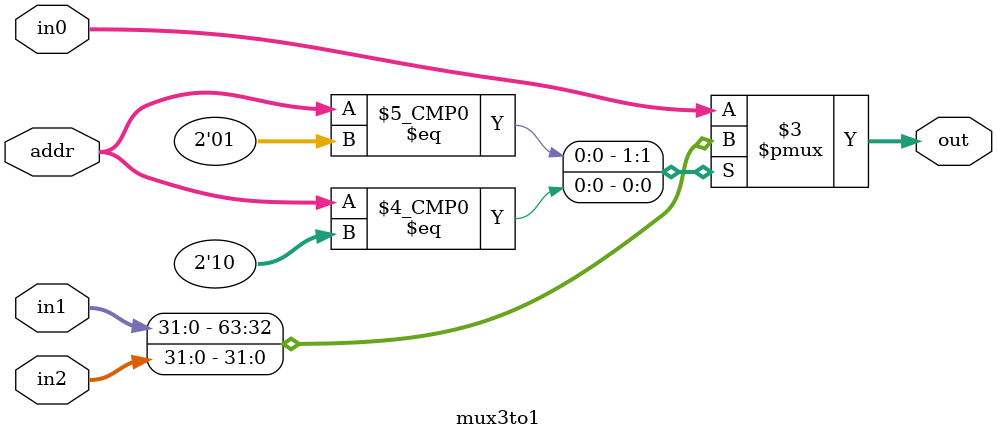
<source format=v>
module mux3to1 (in0, in1, in2, addr, out);

    input[31:0] in0, in1, in2;
    input[1:0] addr;
    output reg [31:0] out;

    always@(*)
    begin
        case (addr)
            2'd0: out = in0;
            2'd1: out = in1;
            2'd2: out = in2;
            default: out = in0;
        endcase
    end
endmodule
</source>
